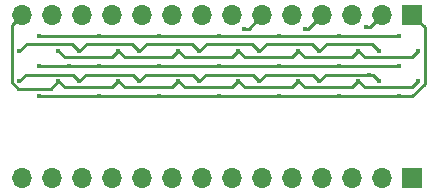
<source format=gbl>
G04 #@! TF.GenerationSoftware,KiCad,Pcbnew,(6.0.0)*
G04 #@! TF.CreationDate,2022-11-09T00:21:30-05:00*
G04 #@! TF.ProjectId,0603 display board,30363033-2064-4697-9370-6c617920626f,rev?*
G04 #@! TF.SameCoordinates,Original*
G04 #@! TF.FileFunction,Copper,L2,Bot*
G04 #@! TF.FilePolarity,Positive*
%FSLAX46Y46*%
G04 Gerber Fmt 4.6, Leading zero omitted, Abs format (unit mm)*
G04 Created by KiCad (PCBNEW (6.0.0)) date 2022-11-09 00:21:30*
%MOMM*%
%LPD*%
G01*
G04 APERTURE LIST*
G04 #@! TA.AperFunction,ComponentPad*
%ADD10R,1.700000X1.700000*%
G04 #@! TD*
G04 #@! TA.AperFunction,ComponentPad*
%ADD11O,1.700000X1.700000*%
G04 #@! TD*
G04 #@! TA.AperFunction,ViaPad*
%ADD12C,0.400000*%
G04 #@! TD*
G04 #@! TA.AperFunction,Conductor*
%ADD13C,0.250000*%
G04 #@! TD*
G04 APERTURE END LIST*
D10*
X166885000Y-98400000D03*
D11*
X164345000Y-98400000D03*
X161805000Y-98400000D03*
X159265000Y-98400000D03*
X156725000Y-98400000D03*
X154185000Y-98400000D03*
X151645000Y-98400000D03*
X149105000Y-98400000D03*
X146565000Y-98400000D03*
X144025000Y-98400000D03*
X141485000Y-98400000D03*
X138945000Y-98400000D03*
X136405000Y-98400000D03*
X133865000Y-98400000D03*
D10*
X166885000Y-84550000D03*
D11*
X164345000Y-84550000D03*
X161805000Y-84550000D03*
X159265000Y-84550000D03*
X156725000Y-84550000D03*
X154185000Y-84550000D03*
X151645000Y-84550000D03*
X149105000Y-84550000D03*
X146565000Y-84550000D03*
X144025000Y-84550000D03*
X141485000Y-84550000D03*
X138945000Y-84550000D03*
X136405000Y-84550000D03*
X133865000Y-84550000D03*
D12*
X153924000Y-87630000D03*
X133604000Y-87630000D03*
X164084000Y-87630000D03*
X148844000Y-87630000D03*
X138684000Y-87630000D03*
X157797500Y-85788500D03*
X143764000Y-87630000D03*
X159004000Y-87630000D03*
X159004000Y-90170000D03*
X148844000Y-90170000D03*
X153924000Y-90170000D03*
X143764000Y-90170000D03*
X162941000Y-85598000D03*
X163211511Y-89645489D03*
X138684000Y-90170000D03*
X133604000Y-90170000D03*
X164084000Y-90170000D03*
X165735000Y-86360000D03*
X145415000Y-86360000D03*
X160655000Y-86360000D03*
X150495000Y-86360000D03*
X140335000Y-86360000D03*
X155575000Y-86360000D03*
X135255000Y-86360000D03*
X135255000Y-88900000D03*
X137795000Y-88900000D03*
X165735000Y-88900000D03*
X160655000Y-88900000D03*
X145415000Y-88900000D03*
X140335000Y-88900000D03*
X155575000Y-88900000D03*
X150495000Y-88900000D03*
X165735000Y-91440000D03*
X145415000Y-91440000D03*
X150495000Y-91440000D03*
X160655000Y-91440000D03*
X155575000Y-91440000D03*
X140335000Y-91440000D03*
X135255000Y-91440000D03*
X152146000Y-87630000D03*
X167386000Y-87630000D03*
X136906000Y-87630000D03*
X162306000Y-87630000D03*
X141986000Y-87630000D03*
X152654000Y-85725000D03*
X157226000Y-87630000D03*
X147066000Y-87630000D03*
X141986000Y-90170000D03*
X162306000Y-90170000D03*
X157226000Y-90170000D03*
X167386000Y-90170000D03*
X136906000Y-90170000D03*
X147066000Y-90170000D03*
X152146000Y-90170000D03*
D13*
X154559000Y-86995000D02*
X158369000Y-86995000D01*
X148209000Y-86995000D02*
X148844000Y-87630000D01*
X148844000Y-87630000D02*
X149479000Y-86995000D01*
X139319000Y-86995000D02*
X143129000Y-86995000D01*
X138049000Y-86995000D02*
X138684000Y-87630000D01*
X163449000Y-86995000D02*
X164084000Y-87630000D01*
X157797500Y-85788500D02*
X158026500Y-85788500D01*
X138684000Y-87630000D02*
X139319000Y-86995000D01*
X133604000Y-87630000D02*
X134239000Y-86995000D01*
X144399000Y-86995000D02*
X148209000Y-86995000D01*
X134239000Y-86995000D02*
X138049000Y-86995000D01*
X153924000Y-87630000D02*
X154559000Y-86995000D01*
X149479000Y-86995000D02*
X153289000Y-86995000D01*
X158026500Y-85788500D02*
X159265000Y-84550000D01*
X143764000Y-87630000D02*
X144399000Y-86995000D01*
X158369000Y-86995000D02*
X159004000Y-87630000D01*
X159004000Y-87630000D02*
X159639000Y-86995000D01*
X143129000Y-86995000D02*
X143764000Y-87630000D01*
X159639000Y-86995000D02*
X163449000Y-86995000D01*
X153289000Y-86995000D02*
X153924000Y-87630000D01*
X163559489Y-89645489D02*
X164084000Y-90170000D01*
X133604000Y-90170000D02*
X134128511Y-89645489D01*
X149368511Y-89645489D02*
X153399489Y-89645489D01*
X153399489Y-89645489D02*
X153924000Y-90170000D01*
X143764000Y-90170000D02*
X144288511Y-89645489D01*
X154448511Y-89645489D02*
X158479489Y-89645489D01*
X143239489Y-89645489D02*
X143764000Y-90170000D01*
X153924000Y-90170000D02*
X154448511Y-89645489D01*
X158479489Y-89645489D02*
X159004000Y-90170000D01*
X144288511Y-89645489D02*
X148319489Y-89645489D01*
X138684000Y-90170000D02*
X139208511Y-89645489D01*
X139208511Y-89645489D02*
X143239489Y-89645489D01*
X138159489Y-89645489D02*
X138684000Y-90170000D01*
X134128511Y-89645489D02*
X138159489Y-89645489D01*
X148844000Y-90170000D02*
X149368511Y-89645489D01*
X159528511Y-89645489D02*
X163211511Y-89645489D01*
X163297000Y-85598000D02*
X164345000Y-84550000D01*
X159004000Y-90170000D02*
X159528511Y-89645489D01*
X148319489Y-89645489D02*
X148844000Y-90170000D01*
X163211511Y-89645489D02*
X163559489Y-89645489D01*
X162941000Y-85598000D02*
X163297000Y-85598000D01*
X140335000Y-86360000D02*
X145415000Y-86360000D01*
X135255000Y-86360000D02*
X140335000Y-86360000D01*
X160655000Y-86360000D02*
X165735000Y-86360000D01*
X150495000Y-86360000D02*
X145415000Y-86360000D01*
X150495000Y-86360000D02*
X155575000Y-86360000D01*
X155575000Y-86360000D02*
X160655000Y-86360000D01*
X145415000Y-88900000D02*
X150495000Y-88900000D01*
X150495000Y-88900000D02*
X155575000Y-88900000D01*
X137795000Y-88900000D02*
X140335000Y-88900000D01*
X155575000Y-88900000D02*
X160655000Y-88900000D01*
X135255000Y-88900000D02*
X137795000Y-88900000D01*
X140335000Y-88900000D02*
X145415000Y-88900000D01*
X160655000Y-88900000D02*
X165735000Y-88900000D01*
X167910511Y-85575511D02*
X166885000Y-84550000D01*
X145415000Y-91440000D02*
X140335000Y-91440000D01*
X166857772Y-91440000D02*
X167910511Y-90387261D01*
X155575000Y-91440000D02*
X150495000Y-91440000D01*
X150495000Y-91440000D02*
X145415000Y-91440000D01*
X167910511Y-90387261D02*
X167910511Y-85575511D01*
X165735000Y-91440000D02*
X166857772Y-91440000D01*
X140335000Y-91440000D02*
X135255000Y-91440000D01*
X165735000Y-91440000D02*
X160655000Y-91440000D01*
X160655000Y-91440000D02*
X155575000Y-91440000D01*
X147066000Y-87630000D02*
X146541489Y-88154511D01*
X162306000Y-87630000D02*
X161781489Y-88154511D01*
X142510511Y-88154511D02*
X141986000Y-87630000D01*
X152654000Y-85725000D02*
X153010000Y-85725000D01*
X157750511Y-88154511D02*
X157226000Y-87630000D01*
X157226000Y-87630000D02*
X156701489Y-88154511D01*
X147590511Y-88154511D02*
X147066000Y-87630000D01*
X151621489Y-88154511D02*
X147590511Y-88154511D01*
X141986000Y-87630000D02*
X141461489Y-88154511D01*
X152146000Y-87630000D02*
X151621489Y-88154511D01*
X161781489Y-88154511D02*
X157750511Y-88154511D01*
X153010000Y-85725000D02*
X154185000Y-84550000D01*
X141461489Y-88154511D02*
X137430511Y-88154511D01*
X162830511Y-88154511D02*
X162306000Y-87630000D01*
X137430511Y-88154511D02*
X136906000Y-87630000D01*
X156701489Y-88154511D02*
X152670511Y-88154511D01*
X146541489Y-88154511D02*
X142510511Y-88154511D01*
X152670511Y-88154511D02*
X152146000Y-87630000D01*
X167386000Y-87630000D02*
X166861489Y-88154511D01*
X166861489Y-88154511D02*
X162830511Y-88154511D01*
X136906000Y-90170000D02*
X136271000Y-90805000D01*
X132969000Y-90276772D02*
X132969000Y-85446000D01*
X152146000Y-90170000D02*
X151621489Y-90694511D01*
X157750511Y-90694511D02*
X157226000Y-90170000D01*
X152670511Y-90694511D02*
X156701489Y-90694511D01*
X152146000Y-90170000D02*
X152670511Y-90694511D01*
X141461489Y-90694511D02*
X141986000Y-90170000D01*
X133497228Y-90805000D02*
X132969000Y-90276772D01*
X151621489Y-90694511D02*
X147590511Y-90694511D01*
X136906000Y-90170000D02*
X137430511Y-90694511D01*
X141986000Y-90170000D02*
X142510511Y-90694511D01*
X166861489Y-90694511D02*
X162830511Y-90694511D01*
X162306000Y-90170000D02*
X161781489Y-90694511D01*
X156701489Y-90694511D02*
X157226000Y-90170000D01*
X167386000Y-90170000D02*
X166861489Y-90694511D01*
X132969000Y-85446000D02*
X133865000Y-84550000D01*
X136271000Y-90805000D02*
X133497228Y-90805000D01*
X162830511Y-90694511D02*
X162306000Y-90170000D01*
X137430511Y-90694511D02*
X141461489Y-90694511D01*
X142510511Y-90694511D02*
X146541489Y-90694511D01*
X147590511Y-90694511D02*
X147066000Y-90170000D01*
X161781489Y-90694511D02*
X157750511Y-90694511D01*
X146541489Y-90694511D02*
X147066000Y-90170000D01*
M02*

</source>
